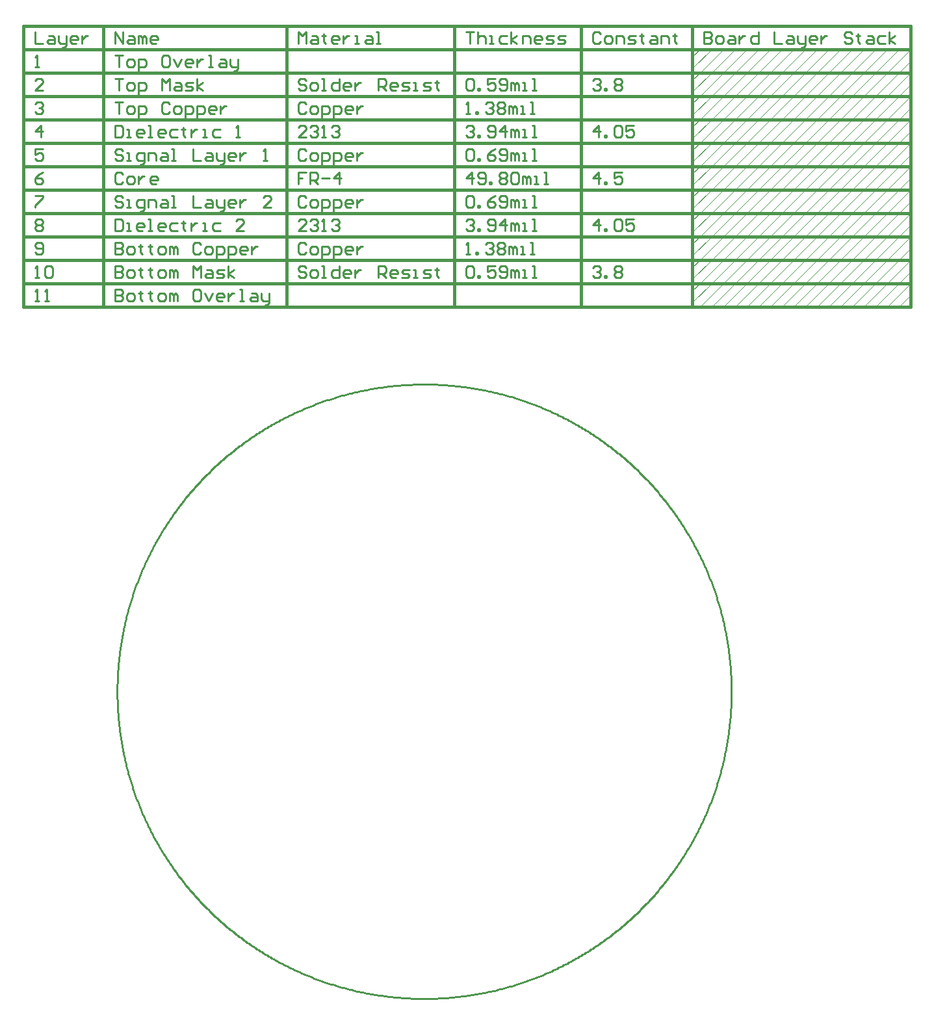
<source format=gm1>
G04*
G04 #@! TF.GenerationSoftware,Altium Limited,Altium Designer,18.1.9 (240)*
G04*
G04 Layer_Color=16711935*
%FSLAX25Y25*%
%MOIN*%
G70*
G01*
G75*
%ADD13C,0.01000*%
%ADD128C,0.01500*%
%ADD141C,0.00100*%
D13*
X303661Y144421D02*
X303658Y145421D01*
X303649Y146422D01*
X303633Y147422D01*
X303611Y148422D01*
X303582Y149422D01*
X303547Y150422D01*
X303506Y151422D01*
X303458Y152421D01*
X303404Y153420D01*
X303344Y154419D01*
X303277Y155417D01*
X303204Y156415D01*
X303125Y157412D01*
X303039Y158409D01*
X302947Y159405D01*
X302849Y160401D01*
X302744Y161396D01*
X302633Y162390D01*
X302516Y163384D01*
X302392Y164376D01*
X302262Y165368D01*
X302126Y166360D01*
X301983Y167350D01*
X301835Y168339D01*
X301679Y169328D01*
X301518Y170315D01*
X301350Y171301D01*
X301177Y172287D01*
X300996Y173271D01*
X300810Y174254D01*
X300617Y175235D01*
X300418Y176216D01*
X300213Y177195D01*
X300002Y178173D01*
X299784Y179150D01*
X299561Y180125D01*
X299331Y181099D01*
X299095Y182071D01*
X298852Y183042D01*
X298604Y184011D01*
X298349Y184978D01*
X298089Y185944D01*
X297822Y186908D01*
X297549Y187871D01*
X297270Y188832D01*
X296985Y189791D01*
X296693Y190748D01*
X296396Y191703D01*
X296092Y192656D01*
X295783Y193608D01*
X295467Y194557D01*
X295146Y195505D01*
X294818Y196450D01*
X294485Y197393D01*
X294145Y198334D01*
X293800Y199273D01*
X293448Y200210D01*
X293091Y201144D01*
X292728Y202077D01*
X292358Y203007D01*
X291983Y203934D01*
X291602Y204859D01*
X291215Y205782D01*
X290823Y206702D01*
X290424Y207620D01*
X290019Y208535D01*
X289609Y209447D01*
X289193Y210357D01*
X288772Y211264D01*
X288344Y212169D01*
X287911Y213071D01*
X287472Y213970D01*
X287027Y214866D01*
X286577Y215759D01*
X286121Y216650D01*
X285659Y217537D01*
X285192Y218422D01*
X284719Y219303D01*
X284240Y220182D01*
X283756Y221058D01*
X283266Y221930D01*
X282771Y222799D01*
X282270Y223666D01*
X281764Y224529D01*
X281253Y225388D01*
X280735Y226245D01*
X280213Y227098D01*
X279685Y227948D01*
X279152Y228794D01*
X278613Y229637D01*
X278069Y230477D01*
X277519Y231313D01*
X276965Y232146D01*
X276405Y232975D01*
X275840Y233801D01*
X275269Y234622D01*
X274693Y235441D01*
X274113Y236255D01*
X273527Y237066D01*
X272936Y237873D01*
X272339Y238677D01*
X271738Y239476D01*
X271131Y240272D01*
X270520Y241064D01*
X269903Y241852D01*
X269282Y242636D01*
X268656Y243416D01*
X268024Y244192D01*
X267388Y244964D01*
X266747Y245732D01*
X266101Y246496D01*
X265450Y247256D01*
X264794Y248011D01*
X264134Y248763D01*
X263468Y249510D01*
X262798Y250253D01*
X262124Y250992D01*
X261444Y251726D01*
X260760Y252456D01*
X260071Y253182D01*
X259378Y253904D01*
X258680Y254620D01*
X257978Y255333D01*
X257271Y256041D01*
X256560Y256744D01*
X255844Y257443D01*
X255124Y258138D01*
X254399Y258828D01*
X253670Y259513D01*
X252937Y260193D01*
X252199Y260869D01*
X251457Y261540D01*
X250711Y262207D01*
X249960Y262869D01*
X249206Y263526D01*
X248447Y264178D01*
X247684Y264825D01*
X246917Y265467D01*
X246146Y266105D01*
X245371Y266737D01*
X244592Y267365D01*
X243809Y267988D01*
X243022Y268606D01*
X242231Y269218D01*
X241436Y269826D01*
X240638Y270429D01*
X239835Y271026D01*
X239029Y271619D01*
X238219Y272206D01*
X237405Y272788D01*
X236588Y273365D01*
X235767Y273937D01*
X234943Y274503D01*
X234114Y275064D01*
X233282Y275621D01*
X232447Y276171D01*
X231609Y276717D01*
X230766Y277257D01*
X229921Y277791D01*
X229072Y278321D01*
X228219Y278845D01*
X227364Y279363D01*
X226505Y279876D01*
X225643Y280384D01*
X224777Y280886D01*
X223909Y281382D01*
X223037Y281873D01*
X222162Y282359D01*
X221284Y282839D01*
X220404Y283313D01*
X219520Y283782D01*
X218633Y284245D01*
X217743Y284702D01*
X216850Y285154D01*
X215955Y285600D01*
X215056Y286041D01*
X214155Y286475D01*
X213252Y286904D01*
X212345Y287328D01*
X211436Y287745D01*
X210524Y288157D01*
X209610Y288563D01*
X208692Y288963D01*
X207773Y289357D01*
X206851Y289745D01*
X205926Y290128D01*
X204999Y290504D01*
X204070Y290875D01*
X203139Y291240D01*
X202205Y291599D01*
X201269Y291952D01*
X200330Y292299D01*
X199390Y292640D01*
X198447Y292975D01*
X197502Y293304D01*
X196555Y293627D01*
X195606Y293944D01*
X194655Y294255D01*
X193702Y294560D01*
X192748Y294859D01*
X191791Y295151D01*
X190832Y295438D01*
X189872Y295719D01*
X188910Y295993D01*
X187946Y296262D01*
X186981Y296524D01*
X186013Y296780D01*
X185045Y297030D01*
X184074Y297274D01*
X183103Y297512D01*
X182129Y297743D01*
X181154Y297968D01*
X180178Y298187D01*
X179201Y298400D01*
X178222Y298607D01*
X177242Y298808D01*
X176260Y299002D01*
X175277Y299190D01*
X174294Y299371D01*
X173309Y299547D01*
X172322Y299716D01*
X171335Y299879D01*
X170347Y300036D01*
X169358Y300186D01*
X168368Y300330D01*
X167377Y300468D01*
X166385Y300600D01*
X165393Y300725D01*
X164399Y300844D01*
X163405Y300956D01*
X162410Y301062D01*
X161415Y301162D01*
X160419Y301256D01*
X159422Y301343D01*
X158425Y301424D01*
X157427Y301499D01*
X156429Y301567D01*
X155430Y301629D01*
X154431Y301685D01*
X153432Y301734D01*
X152433Y301777D01*
X151433Y301813D01*
X150433Y301844D01*
X149433Y301867D01*
X148432Y301885D01*
X147432Y301896D01*
X146431Y301901D01*
X145431Y301899D01*
X144430Y301891D01*
X143430Y301877D01*
X142430Y301856D01*
X141430Y301829D01*
X140430Y301796D01*
X139430Y301756D01*
X138431Y301710D01*
X137432Y301658D01*
X136433Y301599D01*
X135434Y301534D01*
X134436Y301462D01*
X133439Y301385D01*
X132442Y301301D01*
X131446Y301210D01*
X130450Y301113D01*
X129455Y301010D01*
X128460Y300901D01*
X127466Y300785D01*
X126473Y300663D01*
X125481Y300535D01*
X124490Y300400D01*
X123499Y300259D01*
X122510Y300112D01*
X121521Y299958D01*
X120533Y299798D01*
X119547Y299632D01*
X118561Y299460D01*
X117577Y299281D01*
X116594Y299096D01*
X115612Y298905D01*
X114631Y298708D01*
X113651Y298504D01*
X112673Y298295D01*
X111696Y298079D01*
X110721Y297857D01*
X109746Y297628D01*
X108774Y297394D01*
X107803Y297153D01*
X106833Y296906D01*
X105865Y296653D01*
X104899Y296394D01*
X103934Y296128D01*
X102971Y295857D01*
X102010Y295579D01*
X101051Y295296D01*
X100093Y295006D01*
X99137Y294710D01*
X98184Y294408D01*
X97232Y294100D01*
X96282Y293786D01*
X95334Y293466D01*
X94388Y293140D01*
X93444Y292808D01*
X92502Y292470D01*
X91563Y292126D01*
X90626Y291776D01*
X89691Y291420D01*
X88758Y291058D01*
X87827Y290690D01*
X86899Y290317D01*
X85974Y289937D01*
X85050Y289552D01*
X84130Y289160D01*
X83211Y288763D01*
X82296Y288360D01*
X81382Y287952D01*
X80472Y287537D01*
X79564Y287117D01*
X78659Y286691D01*
X77756Y286259D01*
X76856Y285821D01*
X75960Y285378D01*
X75065Y284929D01*
X74174Y284474D01*
X73286Y284014D01*
X72400Y283548D01*
X71518Y283077D01*
X70639Y282599D01*
X69762Y282117D01*
X68889Y281628D01*
X68019Y281135D01*
X67152Y280635D01*
X66288Y280131D01*
X65428Y279620D01*
X64570Y279104D01*
X63716Y278583D01*
X62866Y278057D01*
X62018Y277525D01*
X61174Y276987D01*
X60334Y276445D01*
X59497Y275897D01*
X58663Y275343D01*
X57833Y274784D01*
X57007Y274220D01*
X56184Y273651D01*
X55365Y273077D01*
X54549Y272498D01*
X53738Y271913D01*
X52930Y271323D01*
X52125Y270728D01*
X51325Y270128D01*
X50528Y269523D01*
X49735Y268912D01*
X48946Y268297D01*
X48161Y267677D01*
X47380Y267052D01*
X46603Y266422D01*
X45830Y265787D01*
X45061Y265146D01*
X44296Y264502D01*
X43535Y263852D01*
X42779Y263197D01*
X42026Y262538D01*
X41278Y261874D01*
X40534Y261205D01*
X39794Y260532D01*
X39058Y259854D01*
X38327Y259171D01*
X37600Y258483D01*
X36878Y257791D01*
X36160Y257094D01*
X35446Y256393D01*
X34737Y255687D01*
X34033Y254977D01*
X33332Y254262D01*
X32637Y253543D01*
X31946Y252820D01*
X31260Y252092D01*
X30578Y251360D01*
X29901Y250623D01*
X29229Y249882D01*
X28561Y249137D01*
X27898Y248388D01*
X27240Y247634D01*
X26587Y246876D01*
X25938Y246115D01*
X25295Y245349D01*
X24656Y244579D01*
X24022Y243805D01*
X23393Y243026D01*
X22769Y242244D01*
X22150Y241458D01*
X21536Y240669D01*
X20927Y239875D01*
X20323Y239077D01*
X19725Y238276D01*
X19131Y237470D01*
X18542Y236661D01*
X17959Y235848D01*
X17381Y235032D01*
X16807Y234212D01*
X16240Y233388D01*
X15677Y232561D01*
X15120Y231730D01*
X14568Y230896D01*
X14021Y230058D01*
X13480Y229217D01*
X12944Y228372D01*
X12413Y227524D01*
X11888Y226672D01*
X11368Y225817D01*
X10853Y224959D01*
X10345Y224098D01*
X9841Y223233D01*
X9343Y222366D01*
X8851Y221495D01*
X8364Y220621D01*
X7883Y219744D01*
X7407Y218864D01*
X6937Y217980D01*
X6472Y217094D01*
X6013Y216205D01*
X5560Y215313D01*
X5113Y214419D01*
X4671Y213521D01*
X4235Y212620D01*
X3804Y211717D01*
X3380Y210811D01*
X2961Y209903D01*
X2548Y208992D01*
X2140Y208078D01*
X1739Y207162D01*
X1343Y206243D01*
X953Y205321D01*
X569Y204397D01*
X191Y203471D01*
X-181Y202542D01*
X-547Y201611D01*
X-908Y200678D01*
X-1262Y199743D01*
X-1610Y198805D01*
X-1953Y197865D01*
X-2290Y196923D01*
X-2620Y195978D01*
X-2945Y195032D01*
X-3263Y194084D01*
X-3576Y193133D01*
X-3882Y192181D01*
X-4183Y191226D01*
X-4477Y190270D01*
X-4765Y189312D01*
X-5047Y188352D01*
X-5323Y187391D01*
X-5593Y186427D01*
X-5857Y185462D01*
X-6115Y184496D01*
X-6366Y183527D01*
X-6612Y182557D01*
X-6851Y181586D01*
X-7084Y180613D01*
X-7311Y179639D01*
X-7531Y178663D01*
X-7746Y177685D01*
X-7954Y176707D01*
X-8156Y175727D01*
X-8352Y174746D01*
X-8541Y173764D01*
X-8725Y172780D01*
X-8902Y171795D01*
X-9072Y170810D01*
X-9237Y169823D01*
X-9395Y168835D01*
X-9547Y167846D01*
X-9693Y166856D01*
X-9832Y165866D01*
X-9965Y164874D01*
X-10092Y163882D01*
X-10212Y162888D01*
X-10327Y161894D01*
X-10435Y160900D01*
X-10536Y159905D01*
X-10631Y158909D01*
X-10720Y157912D01*
X-10803Y156915D01*
X-10879Y155917D01*
X-10949Y154919D01*
X-11012Y153921D01*
X-11069Y152922D01*
X-11120Y151923D01*
X-11165Y150924D01*
X-11203Y149924D01*
X-11235Y148924D01*
X-11260Y147924D01*
X-11279Y146923D01*
X-11292Y145923D01*
X-11298Y144922D01*
X-11298Y143922D01*
X-11292Y142922D01*
X-11279Y141921D01*
X-11260Y140921D01*
X-11235Y139921D01*
X-11203Y138921D01*
X-11165Y137921D01*
X-11120Y136922D01*
X-11070Y135923D01*
X-11012Y134924D01*
X-10949Y133925D01*
X-10879Y132927D01*
X-10803Y131930D01*
X-10720Y130932D01*
X-10632Y129936D01*
X-10536Y128940D01*
X-10435Y127945D01*
X-10327Y126950D01*
X-10213Y125956D01*
X-10092Y124963D01*
X-9966Y123971D01*
X-9833Y122979D01*
X-9693Y121988D01*
X-9548Y120999D01*
X-9396Y120010D01*
X-9237Y119022D01*
X-9073Y118035D01*
X-8902Y117049D01*
X-8725Y116065D01*
X-8542Y115081D01*
X-8352Y114099D01*
X-8157Y113118D01*
X-7955Y112138D01*
X-7746Y111159D01*
X-7532Y110182D01*
X-7311Y109206D01*
X-7085Y108231D01*
X-6852Y107259D01*
X-6612Y106287D01*
X-6367Y105317D01*
X-6115Y104349D01*
X-5858Y103382D01*
X-5594Y102417D01*
X-5324Y101454D01*
X-5048Y100492D01*
X-4766Y99532D01*
X-4478Y98574D01*
X-4183Y97618D01*
X-3883Y96664D01*
X-3577Y95711D01*
X-3264Y94761D01*
X-2946Y93813D01*
X-2621Y92866D01*
X-2291Y91922D01*
X-1954Y90980D01*
X-1612Y90040D01*
X-1263Y89102D01*
X-909Y88166D01*
X-549Y87233D01*
X-182Y86302D01*
X190Y85373D01*
X568Y84447D01*
X952Y83523D01*
X1342Y82602D01*
X1737Y81683D01*
X2139Y80766D01*
X2546Y79853D01*
X2959Y78941D01*
X3378Y78033D01*
X3803Y77127D01*
X4233Y76224D01*
X4669Y75323D01*
X5111Y74426D01*
X5559Y73531D01*
X6012Y72639D01*
X6471Y71750D01*
X6935Y70864D01*
X7405Y69981D01*
X7881Y69101D01*
X8362Y68224D01*
X8849Y67349D01*
X9342Y66479D01*
X9839Y65611D01*
X10343Y64746D01*
X10852Y63885D01*
X11366Y63027D01*
X11886Y62172D01*
X12411Y61320D01*
X12942Y60472D01*
X13478Y59627D01*
X14019Y58786D01*
X14566Y57948D01*
X15118Y57114D01*
X15675Y56283D01*
X16238Y55456D01*
X16806Y54632D01*
X17379Y53812D01*
X17957Y52995D01*
X18540Y52183D01*
X19129Y51374D01*
X19723Y50568D01*
X20321Y49767D01*
X20925Y48969D01*
X21534Y48175D01*
X22148Y47385D01*
X22767Y46600D01*
X23391Y45817D01*
X24020Y45039D01*
X24654Y44265D01*
X25292Y43495D01*
X25936Y42729D01*
X26585Y41967D01*
X27238Y41210D01*
X27896Y40456D01*
X28559Y39707D01*
X29226Y38962D01*
X29899Y38221D01*
X30576Y37484D01*
X31257Y36752D01*
X31944Y36024D01*
X32635Y35300D01*
X33330Y34581D01*
X34030Y33867D01*
X34735Y33156D01*
X35444Y32451D01*
X36158Y31749D01*
X36876Y31053D01*
X37598Y30360D01*
X38325Y29673D01*
X39056Y28990D01*
X39792Y28312D01*
X40531Y27638D01*
X41275Y26969D01*
X42024Y26305D01*
X42776Y25646D01*
X43533Y24992D01*
X44293Y24342D01*
X45058Y23697D01*
X45827Y23057D01*
X46600Y22422D01*
X47377Y21792D01*
X48159Y21166D01*
X48944Y20546D01*
X49733Y19931D01*
X50525Y19321D01*
X51322Y18715D01*
X52122Y18115D01*
X52927Y17520D01*
X53735Y16931D01*
X54547Y16346D01*
X55362Y15766D01*
X56181Y15192D01*
X57004Y14623D01*
X57831Y14059D01*
X58661Y13500D01*
X59494Y12947D01*
X60331Y12399D01*
X61172Y11856D01*
X62015Y11319D01*
X62863Y10787D01*
X63713Y10260D01*
X64567Y9739D01*
X65425Y9223D01*
X66285Y8713D01*
X67149Y8208D01*
X68016Y7709D01*
X68886Y7215D01*
X69759Y6726D01*
X70635Y6244D01*
X71515Y5767D01*
X72397Y5295D01*
X73282Y4829D01*
X74171Y4369D01*
X75062Y3914D01*
X75956Y3465D01*
X76853Y3022D01*
X77753Y2584D01*
X78655Y2152D01*
X79560Y1726D01*
X80468Y1306D01*
X81379Y891D01*
X82292Y483D01*
X83207Y79D01*
X84126Y-318D01*
X85046Y-709D01*
X85970Y-1094D01*
X86895Y-1474D01*
X87823Y-1848D01*
X88754Y-2215D01*
X89687Y-2577D01*
X90622Y-2933D01*
X91559Y-3283D01*
X92498Y-3627D01*
X93440Y-3965D01*
X94384Y-4297D01*
X95329Y-4623D01*
X96277Y-4944D01*
X97227Y-5257D01*
X98179Y-5565D01*
X99133Y-5867D01*
X100089Y-6163D01*
X101046Y-6453D01*
X102006Y-6737D01*
X102967Y-7014D01*
X103930Y-7286D01*
X104894Y-7551D01*
X105861Y-7811D01*
X106829Y-8063D01*
X107798Y-8310D01*
X108769Y-8551D01*
X109742Y-8786D01*
X110716Y-9014D01*
X111691Y-9236D01*
X112668Y-9453D01*
X113647Y-9662D01*
X114626Y-9866D01*
X115607Y-10063D01*
X116589Y-10254D01*
X117572Y-10439D01*
X118557Y-10618D01*
X119543Y-10790D01*
X120529Y-10956D01*
X121517Y-11116D01*
X122505Y-11270D01*
X123495Y-11417D01*
X124486Y-11558D01*
X125477Y-11693D01*
X126469Y-11821D01*
X127462Y-11943D01*
X128456Y-12059D01*
X129451Y-12168D01*
X130446Y-12271D01*
X131441Y-12368D01*
X132438Y-12459D01*
X133435Y-12543D01*
X134432Y-12621D01*
X135430Y-12692D01*
X136429Y-12757D01*
X137427Y-12816D01*
X138427Y-12869D01*
X139426Y-12915D01*
X140426Y-12955D01*
X141426Y-12988D01*
X142426Y-13015D01*
X143426Y-13036D01*
X144427Y-13050D01*
X145427Y-13058D01*
X146428Y-13059D01*
X147428Y-13055D01*
X148428Y-13044D01*
X149429Y-13026D01*
X150429Y-13002D01*
X151429Y-12972D01*
X152429Y-12936D01*
X153428Y-12893D01*
X154428Y-12844D01*
X155427Y-12788D01*
X156425Y-12726D01*
X157424Y-12658D01*
X158421Y-12583D01*
X159418Y-12502D01*
X160415Y-12415D01*
X161411Y-12321D01*
X162407Y-12222D01*
X163402Y-12115D01*
X164396Y-12003D01*
X165389Y-11884D01*
X166382Y-11759D01*
X167374Y-11627D01*
X168365Y-11489D01*
X169355Y-11345D01*
X170344Y-11195D01*
X171332Y-11038D01*
X172319Y-10875D01*
X173305Y-10706D01*
X174290Y-10531D01*
X175274Y-10349D01*
X176257Y-10161D01*
X177238Y-9967D01*
X178219Y-9766D01*
X179198Y-9560D01*
X180175Y-9347D01*
X181151Y-9128D01*
X182126Y-8903D01*
X183100Y-8671D01*
X184071Y-8433D01*
X185042Y-8190D01*
X186011Y-7940D01*
X186978Y-7684D01*
X187943Y-7421D01*
X188907Y-7153D01*
X189869Y-6878D01*
X190830Y-6598D01*
X191788Y-6311D01*
X192745Y-6018D01*
X193700Y-5720D01*
X194653Y-5415D01*
X195604Y-5104D01*
X196553Y-4787D01*
X197499Y-4464D01*
X198444Y-4135D01*
X199387Y-3799D01*
X200328Y-3458D01*
X201266Y-3111D01*
X202202Y-2758D01*
X203136Y-2400D01*
X204068Y-2035D01*
X204997Y-1664D01*
X205924Y-1288D01*
X206849Y-905D01*
X207770Y-517D01*
X208690Y-122D01*
X209607Y278D01*
X210522Y684D01*
X211434Y1095D01*
X212343Y1513D01*
X213249Y1936D01*
X214153Y2365D01*
X215054Y2799D01*
X215953Y3240D01*
X216848Y3686D01*
X217741Y4138D01*
X218631Y4595D01*
X219518Y5058D01*
X220402Y5527D01*
X221283Y6002D01*
X222160Y6481D01*
X223035Y6967D01*
X223907Y7458D01*
X224776Y7955D01*
X225641Y8457D01*
X226503Y8964D01*
X227362Y9477D01*
X228218Y9996D01*
X229070Y10520D01*
X229919Y11049D01*
X230765Y11584D01*
X231607Y12124D01*
X232446Y12669D01*
X233281Y13220D01*
X234113Y13776D01*
X234941Y14337D01*
X235766Y14904D01*
X236587Y15475D01*
X237404Y16052D01*
X238218Y16635D01*
X239028Y17222D01*
X239834Y17814D01*
X240637Y18412D01*
X241435Y19014D01*
X242230Y19622D01*
X243021Y20235D01*
X243808Y20853D01*
X244591Y21475D01*
X245370Y22103D01*
X246145Y22736D01*
X246916Y23373D01*
X247683Y24016D01*
X248446Y24663D01*
X249205Y25315D01*
X249960Y25972D01*
X250710Y26634D01*
X251456Y27300D01*
X252198Y27971D01*
X252936Y28647D01*
X253669Y29328D01*
X254398Y30013D01*
X255123Y30703D01*
X255843Y31397D01*
X256559Y32096D01*
X257271Y32800D01*
X257978Y33508D01*
X258680Y34220D01*
X259378Y34937D01*
X260071Y35659D01*
X260760Y36384D01*
X261444Y37115D01*
X262123Y37849D01*
X262798Y38588D01*
X263468Y39331D01*
X264133Y40078D01*
X264794Y40830D01*
X265450Y41585D01*
X266100Y42345D01*
X266746Y43109D01*
X267388Y43877D01*
X268024Y44649D01*
X268655Y45425D01*
X269282Y46205D01*
X269903Y46989D01*
X270520Y47777D01*
X271131Y48569D01*
X271738Y49365D01*
X272339Y50165D01*
X272936Y50968D01*
X273527Y51775D01*
X274113Y52586D01*
X274694Y53401D01*
X275269Y54219D01*
X275840Y55041D01*
X276405Y55866D01*
X276965Y56696D01*
X277520Y57528D01*
X278069Y58364D01*
X278613Y59204D01*
X279152Y60047D01*
X279685Y60894D01*
X280213Y61744D01*
X280736Y62597D01*
X281253Y63453D01*
X281765Y64313D01*
X282271Y65176D01*
X282771Y66042D01*
X283267Y66912D01*
X283756Y67784D01*
X284240Y68660D01*
X284719Y69538D01*
X285192Y70420D01*
X285659Y71305D01*
X286121Y72192D01*
X286577Y73083D01*
X287027Y73976D01*
X287472Y74872D01*
X287911Y75771D01*
X288344Y76673D01*
X288772Y77578D01*
X289194Y78485D01*
X289610Y79395D01*
X290020Y80308D01*
X290424Y81223D01*
X290823Y82140D01*
X291216Y83061D01*
X291603Y83983D01*
X291984Y84908D01*
X292359Y85836D01*
X292728Y86766D01*
X293091Y87698D01*
X293449Y88632D01*
X293800Y89569D01*
X294146Y90508D01*
X294485Y91449D01*
X294819Y92392D01*
X295146Y93338D01*
X295468Y94285D01*
X295783Y95235D01*
X296093Y96186D01*
X296396Y97140D01*
X296694Y98095D01*
X296985Y99052D01*
X297270Y100011D01*
X297549Y100972D01*
X297822Y101935D01*
X298089Y102899D01*
X298350Y103865D01*
X298604Y104832D01*
X298853Y105801D01*
X299095Y106772D01*
X299331Y107744D01*
X299561Y108718D01*
X299785Y109693D01*
X300002Y110670D01*
X300214Y111648D01*
X300419Y112627D01*
X300618Y113608D01*
X300810Y114589D01*
X300997Y115572D01*
X301177Y116557D01*
X301351Y117542D01*
X301518Y118528D01*
X301680Y119516D01*
X301835Y120504D01*
X301984Y121493D01*
X302126Y122484D01*
X302262Y123475D01*
X302392Y124467D01*
X302516Y125460D01*
X302633Y126453D01*
X302744Y127448D01*
X302849Y128443D01*
X302947Y129438D01*
X303039Y130435D01*
X303125Y131431D01*
X303204Y132429D01*
X303277Y133427D01*
X303344Y134425D01*
X303404Y135424D01*
X303458Y136423D01*
X303506Y137422D01*
X303547Y138422D01*
X303582Y139422D01*
X303611Y140422D01*
X303633Y141422D01*
X303649Y142422D01*
X303658Y143423D01*
X303661Y144421D01*
X289662Y482748D02*
Y476750D01*
X292661D01*
X293660Y477750D01*
Y478749D01*
X292661Y479749D01*
X289662D01*
X292661D01*
X293660Y480749D01*
Y481748D01*
X292661Y482748D01*
X289662D01*
X296659Y476750D02*
X298659D01*
X299658Y477750D01*
Y479749D01*
X298659Y480749D01*
X296659D01*
X295660Y479749D01*
Y477750D01*
X296659Y476750D01*
X302658Y480749D02*
X304657D01*
X305657Y479749D01*
Y476750D01*
X302658D01*
X301658Y477750D01*
X302658Y478749D01*
X305657D01*
X307656Y480749D02*
Y476750D01*
Y478749D01*
X308656Y479749D01*
X309655Y480749D01*
X310655D01*
X317653Y482748D02*
Y476750D01*
X314654D01*
X313654Y477750D01*
Y479749D01*
X314654Y480749D01*
X317653D01*
X325650Y482748D02*
Y476750D01*
X329649D01*
X332648Y480749D02*
X334647D01*
X335647Y479749D01*
Y476750D01*
X332648D01*
X331648Y477750D01*
X332648Y478749D01*
X335647D01*
X337646Y480749D02*
Y477750D01*
X338646Y476750D01*
X341645D01*
Y475750D01*
X340645Y474751D01*
X339646D01*
X341645Y476750D02*
Y480749D01*
X346643Y476750D02*
X344644D01*
X343644Y477750D01*
Y479749D01*
X344644Y480749D01*
X346643D01*
X347643Y479749D01*
Y478749D01*
X343644D01*
X349642Y480749D02*
Y476750D01*
Y478749D01*
X350642Y479749D01*
X351642Y480749D01*
X352641D01*
X365637Y481748D02*
X364637Y482748D01*
X362638D01*
X361638Y481748D01*
Y480749D01*
X362638Y479749D01*
X364637D01*
X365637Y478749D01*
Y477750D01*
X364637Y476750D01*
X362638D01*
X361638Y477750D01*
X368636Y481748D02*
Y480749D01*
X367636D01*
X369636D01*
X368636D01*
Y477750D01*
X369636Y476750D01*
X373635Y480749D02*
X375634D01*
X376634Y479749D01*
Y476750D01*
X373635D01*
X372635Y477750D01*
X373635Y478749D01*
X376634D01*
X382632Y480749D02*
X379633D01*
X378633Y479749D01*
Y477750D01*
X379633Y476750D01*
X382632D01*
X384631D02*
Y482748D01*
Y478749D02*
X387630Y480749D01*
X384631Y478749D02*
X387630Y476750D01*
X232676Y457748D02*
X233675Y458748D01*
X235675D01*
X236674Y457748D01*
Y456749D01*
X235675Y455749D01*
X234675D01*
X235675D01*
X236674Y454749D01*
Y453750D01*
X235675Y452750D01*
X233675D01*
X232676Y453750D01*
X238674Y452750D02*
Y453750D01*
X239673D01*
Y452750D01*
X238674D01*
X243672Y457748D02*
X244672Y458748D01*
X246671D01*
X247671Y457748D01*
Y456749D01*
X246671Y455749D01*
X247671Y454749D01*
Y453750D01*
X246671Y452750D01*
X244672D01*
X243672Y453750D01*
Y454749D01*
X244672Y455749D01*
X243672Y456749D01*
Y457748D01*
X244672Y455749D02*
X246671D01*
X235675Y428750D02*
Y434748D01*
X232676Y431749D01*
X236674D01*
X238674Y428750D02*
Y429750D01*
X239673D01*
Y428750D01*
X238674D01*
X243672Y433748D02*
X244672Y434748D01*
X246671D01*
X247671Y433748D01*
Y429750D01*
X246671Y428750D01*
X244672D01*
X243672Y429750D01*
Y433748D01*
X253669Y434748D02*
X249670D01*
Y431749D01*
X251670Y432749D01*
X252669D01*
X253669Y431749D01*
Y429750D01*
X252669Y428750D01*
X250670D01*
X249670Y429750D01*
X235675Y404750D02*
Y410748D01*
X232676Y407749D01*
X236674D01*
X238674Y404750D02*
Y405750D01*
X239673D01*
Y404750D01*
X238674D01*
X247671Y410748D02*
X243672D01*
Y407749D01*
X245671Y408749D01*
X246671D01*
X247671Y407749D01*
Y405750D01*
X246671Y404750D01*
X244672D01*
X243672Y405750D01*
X235675Y380750D02*
Y386748D01*
X232676Y383749D01*
X236674D01*
X238674Y380750D02*
Y381750D01*
X239673D01*
Y380750D01*
X238674D01*
X243672Y385748D02*
X244672Y386748D01*
X246671D01*
X247671Y385748D01*
Y381750D01*
X246671Y380750D01*
X244672D01*
X243672Y381750D01*
Y385748D01*
X253669Y386748D02*
X249670D01*
Y383749D01*
X251670Y384749D01*
X252669D01*
X253669Y383749D01*
Y381750D01*
X252669Y380750D01*
X250670D01*
X249670Y381750D01*
X232676Y361748D02*
X233675Y362748D01*
X235675D01*
X236674Y361748D01*
Y360749D01*
X235675Y359749D01*
X234675D01*
X235675D01*
X236674Y358749D01*
Y357750D01*
X235675Y356750D01*
X233675D01*
X232676Y357750D01*
X238674Y356750D02*
Y357750D01*
X239673D01*
Y356750D01*
X238674D01*
X243672Y361748D02*
X244672Y362748D01*
X246671D01*
X247671Y361748D01*
Y360749D01*
X246671Y359749D01*
X247671Y358749D01*
Y357750D01*
X246671Y356750D01*
X244672D01*
X243672Y357750D01*
Y358749D01*
X244672Y359749D01*
X243672Y360749D01*
Y361748D01*
X244672Y359749D02*
X246671D01*
X236674Y481748D02*
X235675Y482748D01*
X233675D01*
X232676Y481748D01*
Y477750D01*
X233675Y476750D01*
X235675D01*
X236674Y477750D01*
X239673Y476750D02*
X241673D01*
X242672Y477750D01*
Y479749D01*
X241673Y480749D01*
X239673D01*
X238674Y479749D01*
Y477750D01*
X239673Y476750D01*
X244672D02*
Y480749D01*
X247671D01*
X248670Y479749D01*
Y476750D01*
X250670D02*
X253669D01*
X254668Y477750D01*
X253669Y478749D01*
X251670D01*
X250670Y479749D01*
X251670Y480749D01*
X254668D01*
X257667Y481748D02*
Y480749D01*
X256668D01*
X258667D01*
X257667D01*
Y477750D01*
X258667Y476750D01*
X262666Y480749D02*
X264665D01*
X265665Y479749D01*
Y476750D01*
X262666D01*
X261666Y477750D01*
X262666Y478749D01*
X265665D01*
X267664Y476750D02*
Y480749D01*
X270663D01*
X271663Y479749D01*
Y476750D01*
X274662Y481748D02*
Y480749D01*
X273662D01*
X275662D01*
X274662D01*
Y477750D01*
X275662Y476750D01*
X167692Y457748D02*
X168692Y458748D01*
X170691D01*
X171691Y457748D01*
Y453750D01*
X170691Y452750D01*
X168692D01*
X167692Y453750D01*
Y457748D01*
X173690Y452750D02*
Y453750D01*
X174690D01*
Y452750D01*
X173690D01*
X182687Y458748D02*
X178689D01*
Y455749D01*
X180688Y456749D01*
X181688D01*
X182687Y455749D01*
Y453750D01*
X181688Y452750D01*
X179688D01*
X178689Y453750D01*
X184687D02*
X185686Y452750D01*
X187686D01*
X188685Y453750D01*
Y457748D01*
X187686Y458748D01*
X185686D01*
X184687Y457748D01*
Y456749D01*
X185686Y455749D01*
X188685D01*
X190685Y452750D02*
Y456749D01*
X191684D01*
X192684Y455749D01*
Y452750D01*
Y455749D01*
X193684Y456749D01*
X194683Y455749D01*
Y452750D01*
X196683D02*
X198682D01*
X197682D01*
Y456749D01*
X196683D01*
X201681Y452750D02*
X203680D01*
X202681D01*
Y458748D01*
X201681D01*
X167692Y440750D02*
X169692D01*
X168692D01*
Y446748D01*
X167692Y445748D01*
X172690Y440750D02*
Y441750D01*
X173690D01*
Y440750D01*
X172690D01*
X177689Y445748D02*
X178689Y446748D01*
X180688D01*
X181688Y445748D01*
Y444749D01*
X180688Y443749D01*
X179688D01*
X180688D01*
X181688Y442749D01*
Y441750D01*
X180688Y440750D01*
X178689D01*
X177689Y441750D01*
X183687Y445748D02*
X184687Y446748D01*
X186686D01*
X187686Y445748D01*
Y444749D01*
X186686Y443749D01*
X187686Y442749D01*
Y441750D01*
X186686Y440750D01*
X184687D01*
X183687Y441750D01*
Y442749D01*
X184687Y443749D01*
X183687Y444749D01*
Y445748D01*
X184687Y443749D02*
X186686D01*
X189685Y440750D02*
Y444749D01*
X190685D01*
X191684Y443749D01*
Y440750D01*
Y443749D01*
X192684Y444749D01*
X193684Y443749D01*
Y440750D01*
X195683D02*
X197682D01*
X196683D01*
Y444749D01*
X195683D01*
X200681Y440750D02*
X202681D01*
X201681D01*
Y446748D01*
X200681D01*
X167692Y433748D02*
X168692Y434748D01*
X170691D01*
X171691Y433748D01*
Y432749D01*
X170691Y431749D01*
X169692D01*
X170691D01*
X171691Y430749D01*
Y429750D01*
X170691Y428750D01*
X168692D01*
X167692Y429750D01*
X173690Y428750D02*
Y429750D01*
X174690D01*
Y428750D01*
X173690D01*
X178689Y429750D02*
X179688Y428750D01*
X181688D01*
X182687Y429750D01*
Y433748D01*
X181688Y434748D01*
X179688D01*
X178689Y433748D01*
Y432749D01*
X179688Y431749D01*
X182687D01*
X187686Y428750D02*
Y434748D01*
X184687Y431749D01*
X188685D01*
X190685Y428750D02*
Y432749D01*
X191684D01*
X192684Y431749D01*
Y428750D01*
Y431749D01*
X193684Y432749D01*
X194683Y431749D01*
Y428750D01*
X196683D02*
X198682D01*
X197682D01*
Y432749D01*
X196683D01*
X201681Y428750D02*
X203680D01*
X202681D01*
Y434748D01*
X201681D01*
X167692Y421748D02*
X168692Y422748D01*
X170691D01*
X171691Y421748D01*
Y417750D01*
X170691Y416750D01*
X168692D01*
X167692Y417750D01*
Y421748D01*
X173690Y416750D02*
Y417750D01*
X174690D01*
Y416750D01*
X173690D01*
X182687Y422748D02*
X180688Y421748D01*
X178689Y419749D01*
Y417750D01*
X179688Y416750D01*
X181688D01*
X182687Y417750D01*
Y418749D01*
X181688Y419749D01*
X178689D01*
X184687Y417750D02*
X185686Y416750D01*
X187686D01*
X188685Y417750D01*
Y421748D01*
X187686Y422748D01*
X185686D01*
X184687Y421748D01*
Y420749D01*
X185686Y419749D01*
X188685D01*
X190685Y416750D02*
Y420749D01*
X191684D01*
X192684Y419749D01*
Y416750D01*
Y419749D01*
X193684Y420749D01*
X194683Y419749D01*
Y416750D01*
X196683D02*
X198682D01*
X197682D01*
Y420749D01*
X196683D01*
X201681Y416750D02*
X203680D01*
X202681D01*
Y422748D01*
X201681D01*
X170691Y404750D02*
Y410748D01*
X167692Y407749D01*
X171691D01*
X173690Y405750D02*
X174690Y404750D01*
X176689D01*
X177689Y405750D01*
Y409748D01*
X176689Y410748D01*
X174690D01*
X173690Y409748D01*
Y408749D01*
X174690Y407749D01*
X177689D01*
X179688Y404750D02*
Y405750D01*
X180688D01*
Y404750D01*
X179688D01*
X184687Y409748D02*
X185686Y410748D01*
X187686D01*
X188685Y409748D01*
Y408749D01*
X187686Y407749D01*
X188685Y406749D01*
Y405750D01*
X187686Y404750D01*
X185686D01*
X184687Y405750D01*
Y406749D01*
X185686Y407749D01*
X184687Y408749D01*
Y409748D01*
X185686Y407749D02*
X187686D01*
X190685Y409748D02*
X191684Y410748D01*
X193684D01*
X194683Y409748D01*
Y405750D01*
X193684Y404750D01*
X191684D01*
X190685Y405750D01*
Y409748D01*
X196683Y404750D02*
Y408749D01*
X197682D01*
X198682Y407749D01*
Y404750D01*
Y407749D01*
X199682Y408749D01*
X200681Y407749D01*
Y404750D01*
X202681D02*
X204680D01*
X203680D01*
Y408749D01*
X202681D01*
X207679Y404750D02*
X209679D01*
X208679D01*
Y410748D01*
X207679D01*
X167692Y397748D02*
X168692Y398748D01*
X170691D01*
X171691Y397748D01*
Y393750D01*
X170691Y392750D01*
X168692D01*
X167692Y393750D01*
Y397748D01*
X173690Y392750D02*
Y393750D01*
X174690D01*
Y392750D01*
X173690D01*
X182687Y398748D02*
X180688Y397748D01*
X178689Y395749D01*
Y393750D01*
X179688Y392750D01*
X181688D01*
X182687Y393750D01*
Y394749D01*
X181688Y395749D01*
X178689D01*
X184687Y393750D02*
X185686Y392750D01*
X187686D01*
X188685Y393750D01*
Y397748D01*
X187686Y398748D01*
X185686D01*
X184687Y397748D01*
Y396749D01*
X185686Y395749D01*
X188685D01*
X190685Y392750D02*
Y396749D01*
X191684D01*
X192684Y395749D01*
Y392750D01*
Y395749D01*
X193684Y396749D01*
X194683Y395749D01*
Y392750D01*
X196683D02*
X198682D01*
X197682D01*
Y396749D01*
X196683D01*
X201681Y392750D02*
X203680D01*
X202681D01*
Y398748D01*
X201681D01*
X167692Y385748D02*
X168692Y386748D01*
X170691D01*
X171691Y385748D01*
Y384749D01*
X170691Y383749D01*
X169692D01*
X170691D01*
X171691Y382749D01*
Y381750D01*
X170691Y380750D01*
X168692D01*
X167692Y381750D01*
X173690Y380750D02*
Y381750D01*
X174690D01*
Y380750D01*
X173690D01*
X178689Y381750D02*
X179688Y380750D01*
X181688D01*
X182687Y381750D01*
Y385748D01*
X181688Y386748D01*
X179688D01*
X178689Y385748D01*
Y384749D01*
X179688Y383749D01*
X182687D01*
X187686Y380750D02*
Y386748D01*
X184687Y383749D01*
X188685D01*
X190685Y380750D02*
Y384749D01*
X191684D01*
X192684Y383749D01*
Y380750D01*
Y383749D01*
X193684Y384749D01*
X194683Y383749D01*
Y380750D01*
X196683D02*
X198682D01*
X197682D01*
Y384749D01*
X196683D01*
X201681Y380750D02*
X203680D01*
X202681D01*
Y386748D01*
X201681D01*
X167692Y368750D02*
X169692D01*
X168692D01*
Y374748D01*
X167692Y373748D01*
X172690Y368750D02*
Y369750D01*
X173690D01*
Y368750D01*
X172690D01*
X177689Y373748D02*
X178689Y374748D01*
X180688D01*
X181688Y373748D01*
Y372749D01*
X180688Y371749D01*
X179688D01*
X180688D01*
X181688Y370749D01*
Y369750D01*
X180688Y368750D01*
X178689D01*
X177689Y369750D01*
X183687Y373748D02*
X184687Y374748D01*
X186686D01*
X187686Y373748D01*
Y372749D01*
X186686Y371749D01*
X187686Y370749D01*
Y369750D01*
X186686Y368750D01*
X184687D01*
X183687Y369750D01*
Y370749D01*
X184687Y371749D01*
X183687Y372749D01*
Y373748D01*
X184687Y371749D02*
X186686D01*
X189685Y368750D02*
Y372749D01*
X190685D01*
X191684Y371749D01*
Y368750D01*
Y371749D01*
X192684Y372749D01*
X193684Y371749D01*
Y368750D01*
X195683D02*
X197682D01*
X196683D01*
Y372749D01*
X195683D01*
X200681Y368750D02*
X202681D01*
X201681D01*
Y374748D01*
X200681D01*
X167692Y361748D02*
X168692Y362748D01*
X170691D01*
X171691Y361748D01*
Y357750D01*
X170691Y356750D01*
X168692D01*
X167692Y357750D01*
Y361748D01*
X173690Y356750D02*
Y357750D01*
X174690D01*
Y356750D01*
X173690D01*
X182687Y362748D02*
X178689D01*
Y359749D01*
X180688Y360749D01*
X181688D01*
X182687Y359749D01*
Y357750D01*
X181688Y356750D01*
X179688D01*
X178689Y357750D01*
X184687D02*
X185686Y356750D01*
X187686D01*
X188685Y357750D01*
Y361748D01*
X187686Y362748D01*
X185686D01*
X184687Y361748D01*
Y360749D01*
X185686Y359749D01*
X188685D01*
X190685Y356750D02*
Y360749D01*
X191684D01*
X192684Y359749D01*
Y356750D01*
Y359749D01*
X193684Y360749D01*
X194683Y359749D01*
Y356750D01*
X196683D02*
X198682D01*
X197682D01*
Y360749D01*
X196683D01*
X201681Y356750D02*
X203680D01*
X202681D01*
Y362748D01*
X201681D01*
X167692Y482748D02*
X171691D01*
X169692D01*
Y476750D01*
X173690Y482748D02*
Y476750D01*
Y479749D01*
X174690Y480749D01*
X176689D01*
X177689Y479749D01*
Y476750D01*
X179688D02*
X181688D01*
X180688D01*
Y480749D01*
X179688D01*
X188685D02*
X185686D01*
X184687Y479749D01*
Y477750D01*
X185686Y476750D01*
X188685D01*
X190685D02*
Y482748D01*
Y478749D02*
X193684Y480749D01*
X190685Y478749D02*
X193684Y476750D01*
X196683D02*
Y480749D01*
X199682D01*
X200681Y479749D01*
Y476750D01*
X205680D02*
X203680D01*
X202681Y477750D01*
Y479749D01*
X203680Y480749D01*
X205680D01*
X206680Y479749D01*
Y478749D01*
X202681D01*
X208679Y476750D02*
X211678D01*
X212678Y477750D01*
X211678Y478749D01*
X209679D01*
X208679Y479749D01*
X209679Y480749D01*
X212678D01*
X214677Y476750D02*
X217676D01*
X218676Y477750D01*
X217676Y478749D01*
X215677D01*
X214677Y479749D01*
X215677Y480749D01*
X218676D01*
X85714Y457748D02*
X84714Y458748D01*
X82715D01*
X81715Y457748D01*
Y456749D01*
X82715Y455749D01*
X84714D01*
X85714Y454749D01*
Y453750D01*
X84714Y452750D01*
X82715D01*
X81715Y453750D01*
X88713Y452750D02*
X90712D01*
X91712Y453750D01*
Y455749D01*
X90712Y456749D01*
X88713D01*
X87713Y455749D01*
Y453750D01*
X88713Y452750D01*
X93712D02*
X95711D01*
X94711D01*
Y458748D01*
X93712D01*
X102709D02*
Y452750D01*
X99710D01*
X98710Y453750D01*
Y455749D01*
X99710Y456749D01*
X102709D01*
X107707Y452750D02*
X105708D01*
X104708Y453750D01*
Y455749D01*
X105708Y456749D01*
X107707D01*
X108707Y455749D01*
Y454749D01*
X104708D01*
X110706Y456749D02*
Y452750D01*
Y454749D01*
X111706Y455749D01*
X112705Y456749D01*
X113705D01*
X122702Y452750D02*
Y458748D01*
X125701D01*
X126701Y457748D01*
Y455749D01*
X125701Y454749D01*
X122702D01*
X124701D02*
X126701Y452750D01*
X131699D02*
X129700D01*
X128700Y453750D01*
Y455749D01*
X129700Y456749D01*
X131699D01*
X132699Y455749D01*
Y454749D01*
X128700D01*
X134698Y452750D02*
X137697D01*
X138697Y453750D01*
X137697Y454749D01*
X135698D01*
X134698Y455749D01*
X135698Y456749D01*
X138697D01*
X140696Y452750D02*
X142696D01*
X141696D01*
Y456749D01*
X140696D01*
X145695Y452750D02*
X148694D01*
X149693Y453750D01*
X148694Y454749D01*
X146694D01*
X145695Y455749D01*
X146694Y456749D01*
X149693D01*
X152692Y457748D02*
Y456749D01*
X151693D01*
X153692D01*
X152692D01*
Y453750D01*
X153692Y452750D01*
X85714Y445748D02*
X84714Y446748D01*
X82715D01*
X81715Y445748D01*
Y441750D01*
X82715Y440750D01*
X84714D01*
X85714Y441750D01*
X88713Y440750D02*
X90712D01*
X91712Y441750D01*
Y443749D01*
X90712Y444749D01*
X88713D01*
X87713Y443749D01*
Y441750D01*
X88713Y440750D01*
X93712Y438751D02*
Y444749D01*
X96711D01*
X97710Y443749D01*
Y441750D01*
X96711Y440750D01*
X93712D01*
X99710Y438751D02*
Y444749D01*
X102709D01*
X103708Y443749D01*
Y441750D01*
X102709Y440750D01*
X99710D01*
X108707D02*
X106707D01*
X105708Y441750D01*
Y443749D01*
X106707Y444749D01*
X108707D01*
X109706Y443749D01*
Y442749D01*
X105708D01*
X111706Y444749D02*
Y440750D01*
Y442749D01*
X112705Y443749D01*
X113705Y444749D01*
X114705D01*
X85714Y428750D02*
X81715D01*
X85714Y432749D01*
Y433748D01*
X84714Y434748D01*
X82715D01*
X81715Y433748D01*
X87713D02*
X88713Y434748D01*
X90712D01*
X91712Y433748D01*
Y432749D01*
X90712Y431749D01*
X89713D01*
X90712D01*
X91712Y430749D01*
Y429750D01*
X90712Y428750D01*
X88713D01*
X87713Y429750D01*
X93712Y428750D02*
X95711D01*
X94711D01*
Y434748D01*
X93712Y433748D01*
X98710D02*
X99710Y434748D01*
X101709D01*
X102709Y433748D01*
Y432749D01*
X101709Y431749D01*
X100709D01*
X101709D01*
X102709Y430749D01*
Y429750D01*
X101709Y428750D01*
X99710D01*
X98710Y429750D01*
X85714Y421748D02*
X84714Y422748D01*
X82715D01*
X81715Y421748D01*
Y417750D01*
X82715Y416750D01*
X84714D01*
X85714Y417750D01*
X88713Y416750D02*
X90712D01*
X91712Y417750D01*
Y419749D01*
X90712Y420749D01*
X88713D01*
X87713Y419749D01*
Y417750D01*
X88713Y416750D01*
X93712Y414751D02*
Y420749D01*
X96711D01*
X97710Y419749D01*
Y417750D01*
X96711Y416750D01*
X93712D01*
X99710Y414751D02*
Y420749D01*
X102709D01*
X103708Y419749D01*
Y417750D01*
X102709Y416750D01*
X99710D01*
X108707D02*
X106707D01*
X105708Y417750D01*
Y419749D01*
X106707Y420749D01*
X108707D01*
X109706Y419749D01*
Y418749D01*
X105708D01*
X111706Y420749D02*
Y416750D01*
Y418749D01*
X112705Y419749D01*
X113705Y420749D01*
X114705D01*
X85714Y410748D02*
X81715D01*
Y407749D01*
X83715D01*
X81715D01*
Y404750D01*
X87713D02*
Y410748D01*
X90712D01*
X91712Y409748D01*
Y407749D01*
X90712Y406749D01*
X87713D01*
X89713D02*
X91712Y404750D01*
X93712Y407749D02*
X97710D01*
X102709Y404750D02*
Y410748D01*
X99710Y407749D01*
X103708D01*
X85714Y397748D02*
X84714Y398748D01*
X82715D01*
X81715Y397748D01*
Y393750D01*
X82715Y392750D01*
X84714D01*
X85714Y393750D01*
X88713Y392750D02*
X90712D01*
X91712Y393750D01*
Y395749D01*
X90712Y396749D01*
X88713D01*
X87713Y395749D01*
Y393750D01*
X88713Y392750D01*
X93712Y390751D02*
Y396749D01*
X96711D01*
X97710Y395749D01*
Y393750D01*
X96711Y392750D01*
X93712D01*
X99710Y390751D02*
Y396749D01*
X102709D01*
X103708Y395749D01*
Y393750D01*
X102709Y392750D01*
X99710D01*
X108707D02*
X106707D01*
X105708Y393750D01*
Y395749D01*
X106707Y396749D01*
X108707D01*
X109706Y395749D01*
Y394749D01*
X105708D01*
X111706Y396749D02*
Y392750D01*
Y394749D01*
X112705Y395749D01*
X113705Y396749D01*
X114705D01*
X85714Y380750D02*
X81715D01*
X85714Y384749D01*
Y385748D01*
X84714Y386748D01*
X82715D01*
X81715Y385748D01*
X87713D02*
X88713Y386748D01*
X90712D01*
X91712Y385748D01*
Y384749D01*
X90712Y383749D01*
X89713D01*
X90712D01*
X91712Y382749D01*
Y381750D01*
X90712Y380750D01*
X88713D01*
X87713Y381750D01*
X93712Y380750D02*
X95711D01*
X94711D01*
Y386748D01*
X93712Y385748D01*
X98710D02*
X99710Y386748D01*
X101709D01*
X102709Y385748D01*
Y384749D01*
X101709Y383749D01*
X100709D01*
X101709D01*
X102709Y382749D01*
Y381750D01*
X101709Y380750D01*
X99710D01*
X98710Y381750D01*
X85714Y373748D02*
X84714Y374748D01*
X82715D01*
X81715Y373748D01*
Y369750D01*
X82715Y368750D01*
X84714D01*
X85714Y369750D01*
X88713Y368750D02*
X90712D01*
X91712Y369750D01*
Y371749D01*
X90712Y372749D01*
X88713D01*
X87713Y371749D01*
Y369750D01*
X88713Y368750D01*
X93712Y366751D02*
Y372749D01*
X96711D01*
X97710Y371749D01*
Y369750D01*
X96711Y368750D01*
X93712D01*
X99710Y366751D02*
Y372749D01*
X102709D01*
X103708Y371749D01*
Y369750D01*
X102709Y368750D01*
X99710D01*
X108707D02*
X106707D01*
X105708Y369750D01*
Y371749D01*
X106707Y372749D01*
X108707D01*
X109706Y371749D01*
Y370749D01*
X105708D01*
X111706Y372749D02*
Y368750D01*
Y370749D01*
X112705Y371749D01*
X113705Y372749D01*
X114705D01*
X85714Y361748D02*
X84714Y362748D01*
X82715D01*
X81715Y361748D01*
Y360749D01*
X82715Y359749D01*
X84714D01*
X85714Y358749D01*
Y357750D01*
X84714Y356750D01*
X82715D01*
X81715Y357750D01*
X88713Y356750D02*
X90712D01*
X91712Y357750D01*
Y359749D01*
X90712Y360749D01*
X88713D01*
X87713Y359749D01*
Y357750D01*
X88713Y356750D01*
X93712D02*
X95711D01*
X94711D01*
Y362748D01*
X93712D01*
X102709D02*
Y356750D01*
X99710D01*
X98710Y357750D01*
Y359749D01*
X99710Y360749D01*
X102709D01*
X107707Y356750D02*
X105708D01*
X104708Y357750D01*
Y359749D01*
X105708Y360749D01*
X107707D01*
X108707Y359749D01*
Y358749D01*
X104708D01*
X110706Y360749D02*
Y356750D01*
Y358749D01*
X111706Y359749D01*
X112705Y360749D01*
X113705D01*
X122702Y356750D02*
Y362748D01*
X125701D01*
X126701Y361748D01*
Y359749D01*
X125701Y358749D01*
X122702D01*
X124701D02*
X126701Y356750D01*
X131699D02*
X129700D01*
X128700Y357750D01*
Y359749D01*
X129700Y360749D01*
X131699D01*
X132699Y359749D01*
Y358749D01*
X128700D01*
X134698Y356750D02*
X137697D01*
X138697Y357750D01*
X137697Y358749D01*
X135698D01*
X134698Y359749D01*
X135698Y360749D01*
X138697D01*
X140696Y356750D02*
X142696D01*
X141696D01*
Y360749D01*
X140696D01*
X145695Y356750D02*
X148694D01*
X149693Y357750D01*
X148694Y358749D01*
X146694D01*
X145695Y359749D01*
X146694Y360749D01*
X149693D01*
X152692Y361748D02*
Y360749D01*
X151693D01*
X153692D01*
X152692D01*
Y357750D01*
X153692Y356750D01*
X81715Y476750D02*
Y482748D01*
X83715Y480749D01*
X85714Y482748D01*
Y476750D01*
X88713Y480749D02*
X90712D01*
X91712Y479749D01*
Y476750D01*
X88713D01*
X87713Y477750D01*
X88713Y478749D01*
X91712D01*
X94711Y481748D02*
Y480749D01*
X93712D01*
X95711D01*
X94711D01*
Y477750D01*
X95711Y476750D01*
X101709D02*
X99710D01*
X98710Y477750D01*
Y479749D01*
X99710Y480749D01*
X101709D01*
X102709Y479749D01*
Y478749D01*
X98710D01*
X104708Y480749D02*
Y476750D01*
Y478749D01*
X105708Y479749D01*
X106707Y480749D01*
X107707D01*
X110706Y476750D02*
X112705D01*
X111706D01*
Y480749D01*
X110706D01*
X116704D02*
X118703D01*
X119703Y479749D01*
Y476750D01*
X116704D01*
X115704Y477750D01*
X116704Y478749D01*
X119703D01*
X121703Y476750D02*
X123702D01*
X122702D01*
Y482748D01*
X121703D01*
X-12259Y470748D02*
X-8260D01*
X-10259D01*
Y464750D01*
X-5261D02*
X-3262D01*
X-2262Y465750D01*
Y467749D01*
X-3262Y468749D01*
X-5261D01*
X-6261Y467749D01*
Y465750D01*
X-5261Y464750D01*
X-263Y462751D02*
Y468749D01*
X2736D01*
X3736Y467749D01*
Y465750D01*
X2736Y464750D01*
X-263D01*
X14732Y470748D02*
X12733D01*
X11733Y469748D01*
Y465750D01*
X12733Y464750D01*
X14732D01*
X15732Y465750D01*
Y469748D01*
X14732Y470748D01*
X17732Y468749D02*
X19731Y464750D01*
X21730Y468749D01*
X26729Y464750D02*
X24729D01*
X23730Y465750D01*
Y467749D01*
X24729Y468749D01*
X26729D01*
X27728Y467749D01*
Y466749D01*
X23730D01*
X29728Y468749D02*
Y464750D01*
Y466749D01*
X30727Y467749D01*
X31727Y468749D01*
X32727D01*
X35726Y464750D02*
X37725D01*
X36725D01*
Y470748D01*
X35726D01*
X41724Y468749D02*
X43723D01*
X44723Y467749D01*
Y464750D01*
X41724D01*
X40724Y465750D01*
X41724Y466749D01*
X44723D01*
X46722Y468749D02*
Y465750D01*
X47722Y464750D01*
X50721D01*
Y463750D01*
X49721Y462751D01*
X48722D01*
X50721Y464750D02*
Y468749D01*
X-12259Y458748D02*
X-8260D01*
X-10259D01*
Y452750D01*
X-5261D02*
X-3262D01*
X-2262Y453750D01*
Y455749D01*
X-3262Y456749D01*
X-5261D01*
X-6261Y455749D01*
Y453750D01*
X-5261Y452750D01*
X-263Y450751D02*
Y456749D01*
X2736D01*
X3736Y455749D01*
Y453750D01*
X2736Y452750D01*
X-263D01*
X11733D02*
Y458748D01*
X13733Y456749D01*
X15732Y458748D01*
Y452750D01*
X18731Y456749D02*
X20731D01*
X21730Y455749D01*
Y452750D01*
X18731D01*
X17732Y453750D01*
X18731Y454749D01*
X21730D01*
X23730Y452750D02*
X26729D01*
X27728Y453750D01*
X26729Y454749D01*
X24729D01*
X23730Y455749D01*
X24729Y456749D01*
X27728D01*
X29728Y452750D02*
Y458748D01*
Y454749D02*
X32727Y456749D01*
X29728Y454749D02*
X32727Y452750D01*
X-12259Y446748D02*
X-8260D01*
X-10259D01*
Y440750D01*
X-5261D02*
X-3262D01*
X-2262Y441750D01*
Y443749D01*
X-3262Y444749D01*
X-5261D01*
X-6261Y443749D01*
Y441750D01*
X-5261Y440750D01*
X-263Y438751D02*
Y444749D01*
X2736D01*
X3736Y443749D01*
Y441750D01*
X2736Y440750D01*
X-263D01*
X15732Y445748D02*
X14732Y446748D01*
X12733D01*
X11733Y445748D01*
Y441750D01*
X12733Y440750D01*
X14732D01*
X15732Y441750D01*
X18731Y440750D02*
X20731D01*
X21730Y441750D01*
Y443749D01*
X20731Y444749D01*
X18731D01*
X17732Y443749D01*
Y441750D01*
X18731Y440750D01*
X23730Y438751D02*
Y444749D01*
X26729D01*
X27728Y443749D01*
Y441750D01*
X26729Y440750D01*
X23730D01*
X29728Y438751D02*
Y444749D01*
X32727D01*
X33726Y443749D01*
Y441750D01*
X32727Y440750D01*
X29728D01*
X38725D02*
X36725D01*
X35726Y441750D01*
Y443749D01*
X36725Y444749D01*
X38725D01*
X39724Y443749D01*
Y442749D01*
X35726D01*
X41724Y444749D02*
Y440750D01*
Y442749D01*
X42724Y443749D01*
X43723Y444749D01*
X44723D01*
X-12259Y434748D02*
Y428750D01*
X-9260D01*
X-8260Y429750D01*
Y433748D01*
X-9260Y434748D01*
X-12259D01*
X-6261Y428750D02*
X-4261D01*
X-5261D01*
Y432749D01*
X-6261D01*
X1737Y428750D02*
X-263D01*
X-1262Y429750D01*
Y431749D01*
X-263Y432749D01*
X1737D01*
X2736Y431749D01*
Y430749D01*
X-1262D01*
X4736Y428750D02*
X6735D01*
X5736D01*
Y434748D01*
X4736D01*
X12733Y428750D02*
X10734D01*
X9734Y429750D01*
Y431749D01*
X10734Y432749D01*
X12733D01*
X13733Y431749D01*
Y430749D01*
X9734D01*
X19731Y432749D02*
X16732D01*
X15732Y431749D01*
Y429750D01*
X16732Y428750D01*
X19731D01*
X22730Y433748D02*
Y432749D01*
X21730D01*
X23730D01*
X22730D01*
Y429750D01*
X23730Y428750D01*
X26729Y432749D02*
Y428750D01*
Y430749D01*
X27728Y431749D01*
X28728Y432749D01*
X29728D01*
X32727Y428750D02*
X34726D01*
X33726D01*
Y432749D01*
X32727D01*
X41724D02*
X38725D01*
X37725Y431749D01*
Y429750D01*
X38725Y428750D01*
X41724D01*
X49721D02*
X51721D01*
X50721D01*
Y434748D01*
X49721Y433748D01*
X-8260Y421748D02*
X-9260Y422748D01*
X-11259D01*
X-12259Y421748D01*
Y420749D01*
X-11259Y419749D01*
X-9260D01*
X-8260Y418749D01*
Y417750D01*
X-9260Y416750D01*
X-11259D01*
X-12259Y417750D01*
X-6261Y416750D02*
X-4261D01*
X-5261D01*
Y420749D01*
X-6261D01*
X737Y414751D02*
X1737D01*
X2736Y415750D01*
Y420749D01*
X-263D01*
X-1262Y419749D01*
Y417750D01*
X-263Y416750D01*
X2736D01*
X4736D02*
Y420749D01*
X7735D01*
X8734Y419749D01*
Y416750D01*
X11733Y420749D02*
X13733D01*
X14732Y419749D01*
Y416750D01*
X11733D01*
X10734Y417750D01*
X11733Y418749D01*
X14732D01*
X16732Y416750D02*
X18731D01*
X17732D01*
Y422748D01*
X16732D01*
X27728D02*
Y416750D01*
X31727D01*
X34726Y420749D02*
X36725D01*
X37725Y419749D01*
Y416750D01*
X34726D01*
X33726Y417750D01*
X34726Y418749D01*
X37725D01*
X39724Y420749D02*
Y417750D01*
X40724Y416750D01*
X43723D01*
Y415750D01*
X42724Y414751D01*
X41724D01*
X43723Y416750D02*
Y420749D01*
X48722Y416750D02*
X46722D01*
X45722Y417750D01*
Y419749D01*
X46722Y420749D01*
X48722D01*
X49721Y419749D01*
Y418749D01*
X45722D01*
X51721Y420749D02*
Y416750D01*
Y418749D01*
X52720Y419749D01*
X53720Y420749D01*
X54720D01*
X63717Y416750D02*
X65716D01*
X64716D01*
Y422748D01*
X63717Y421748D01*
X-8260Y409748D02*
X-9260Y410748D01*
X-11259D01*
X-12259Y409748D01*
Y405750D01*
X-11259Y404750D01*
X-9260D01*
X-8260Y405750D01*
X-5261Y404750D02*
X-3262D01*
X-2262Y405750D01*
Y407749D01*
X-3262Y408749D01*
X-5261D01*
X-6261Y407749D01*
Y405750D01*
X-5261Y404750D01*
X-263Y408749D02*
Y404750D01*
Y406749D01*
X737Y407749D01*
X1737Y408749D01*
X2736D01*
X8734Y404750D02*
X6735D01*
X5736Y405750D01*
Y407749D01*
X6735Y408749D01*
X8734D01*
X9734Y407749D01*
Y406749D01*
X5736D01*
X-8260Y397748D02*
X-9260Y398748D01*
X-11259D01*
X-12259Y397748D01*
Y396749D01*
X-11259Y395749D01*
X-9260D01*
X-8260Y394749D01*
Y393750D01*
X-9260Y392750D01*
X-11259D01*
X-12259Y393750D01*
X-6261Y392750D02*
X-4261D01*
X-5261D01*
Y396749D01*
X-6261D01*
X737Y390751D02*
X1737D01*
X2736Y391750D01*
Y396749D01*
X-263D01*
X-1262Y395749D01*
Y393750D01*
X-263Y392750D01*
X2736D01*
X4736D02*
Y396749D01*
X7735D01*
X8734Y395749D01*
Y392750D01*
X11733Y396749D02*
X13733D01*
X14732Y395749D01*
Y392750D01*
X11733D01*
X10734Y393750D01*
X11733Y394749D01*
X14732D01*
X16732Y392750D02*
X18731D01*
X17732D01*
Y398748D01*
X16732D01*
X27728D02*
Y392750D01*
X31727D01*
X34726Y396749D02*
X36725D01*
X37725Y395749D01*
Y392750D01*
X34726D01*
X33726Y393750D01*
X34726Y394749D01*
X37725D01*
X39724Y396749D02*
Y393750D01*
X40724Y392750D01*
X43723D01*
Y391750D01*
X42724Y390751D01*
X41724D01*
X43723Y392750D02*
Y396749D01*
X48722Y392750D02*
X46722D01*
X45722Y393750D01*
Y395749D01*
X46722Y396749D01*
X48722D01*
X49721Y395749D01*
Y394749D01*
X45722D01*
X51721Y396749D02*
Y392750D01*
Y394749D01*
X52720Y395749D01*
X53720Y396749D01*
X54720D01*
X67715Y392750D02*
X63717D01*
X67715Y396749D01*
Y397748D01*
X66716Y398748D01*
X64716D01*
X63717Y397748D01*
X-12259Y386748D02*
Y380750D01*
X-9260D01*
X-8260Y381750D01*
Y385748D01*
X-9260Y386748D01*
X-12259D01*
X-6261Y380750D02*
X-4261D01*
X-5261D01*
Y384749D01*
X-6261D01*
X1737Y380750D02*
X-263D01*
X-1262Y381750D01*
Y383749D01*
X-263Y384749D01*
X1737D01*
X2736Y383749D01*
Y382749D01*
X-1262D01*
X4736Y380750D02*
X6735D01*
X5736D01*
Y386748D01*
X4736D01*
X12733Y380750D02*
X10734D01*
X9734Y381750D01*
Y383749D01*
X10734Y384749D01*
X12733D01*
X13733Y383749D01*
Y382749D01*
X9734D01*
X19731Y384749D02*
X16732D01*
X15732Y383749D01*
Y381750D01*
X16732Y380750D01*
X19731D01*
X22730Y385748D02*
Y384749D01*
X21730D01*
X23730D01*
X22730D01*
Y381750D01*
X23730Y380750D01*
X26729Y384749D02*
Y380750D01*
Y382749D01*
X27728Y383749D01*
X28728Y384749D01*
X29728D01*
X32727Y380750D02*
X34726D01*
X33726D01*
Y384749D01*
X32727D01*
X41724D02*
X38725D01*
X37725Y383749D01*
Y381750D01*
X38725Y380750D01*
X41724D01*
X53720D02*
X49721D01*
X53720Y384749D01*
Y385748D01*
X52720Y386748D01*
X50721D01*
X49721Y385748D01*
X-12259Y374748D02*
Y368750D01*
X-9260D01*
X-8260Y369750D01*
Y370749D01*
X-9260Y371749D01*
X-12259D01*
X-9260D01*
X-8260Y372749D01*
Y373748D01*
X-9260Y374748D01*
X-12259D01*
X-5261Y368750D02*
X-3262D01*
X-2262Y369750D01*
Y371749D01*
X-3262Y372749D01*
X-5261D01*
X-6261Y371749D01*
Y369750D01*
X-5261Y368750D01*
X737Y373748D02*
Y372749D01*
X-263D01*
X1737D01*
X737D01*
Y369750D01*
X1737Y368750D01*
X5736Y373748D02*
Y372749D01*
X4736D01*
X6735D01*
X5736D01*
Y369750D01*
X6735Y368750D01*
X10734D02*
X12733D01*
X13733Y369750D01*
Y371749D01*
X12733Y372749D01*
X10734D01*
X9734Y371749D01*
Y369750D01*
X10734Y368750D01*
X15732D02*
Y372749D01*
X16732D01*
X17732Y371749D01*
Y368750D01*
Y371749D01*
X18731Y372749D01*
X19731Y371749D01*
Y368750D01*
X31727Y373748D02*
X30727Y374748D01*
X28728D01*
X27728Y373748D01*
Y369750D01*
X28728Y368750D01*
X30727D01*
X31727Y369750D01*
X34726Y368750D02*
X36725D01*
X37725Y369750D01*
Y371749D01*
X36725Y372749D01*
X34726D01*
X33726Y371749D01*
Y369750D01*
X34726Y368750D01*
X39724Y366751D02*
Y372749D01*
X42724D01*
X43723Y371749D01*
Y369750D01*
X42724Y368750D01*
X39724D01*
X45722Y366751D02*
Y372749D01*
X48722D01*
X49721Y371749D01*
Y369750D01*
X48722Y368750D01*
X45722D01*
X54720D02*
X52720D01*
X51721Y369750D01*
Y371749D01*
X52720Y372749D01*
X54720D01*
X55719Y371749D01*
Y370749D01*
X51721D01*
X57719Y372749D02*
Y368750D01*
Y370749D01*
X58718Y371749D01*
X59718Y372749D01*
X60718D01*
X-12259Y362748D02*
Y356750D01*
X-9260D01*
X-8260Y357750D01*
Y358749D01*
X-9260Y359749D01*
X-12259D01*
X-9260D01*
X-8260Y360749D01*
Y361748D01*
X-9260Y362748D01*
X-12259D01*
X-5261Y356750D02*
X-3262D01*
X-2262Y357750D01*
Y359749D01*
X-3262Y360749D01*
X-5261D01*
X-6261Y359749D01*
Y357750D01*
X-5261Y356750D01*
X737Y361748D02*
Y360749D01*
X-263D01*
X1737D01*
X737D01*
Y357750D01*
X1737Y356750D01*
X5736Y361748D02*
Y360749D01*
X4736D01*
X6735D01*
X5736D01*
Y357750D01*
X6735Y356750D01*
X10734D02*
X12733D01*
X13733Y357750D01*
Y359749D01*
X12733Y360749D01*
X10734D01*
X9734Y359749D01*
Y357750D01*
X10734Y356750D01*
X15732D02*
Y360749D01*
X16732D01*
X17732Y359749D01*
Y356750D01*
Y359749D01*
X18731Y360749D01*
X19731Y359749D01*
Y356750D01*
X27728D02*
Y362748D01*
X29728Y360749D01*
X31727Y362748D01*
Y356750D01*
X34726Y360749D02*
X36725D01*
X37725Y359749D01*
Y356750D01*
X34726D01*
X33726Y357750D01*
X34726Y358749D01*
X37725D01*
X39724Y356750D02*
X42724D01*
X43723Y357750D01*
X42724Y358749D01*
X40724D01*
X39724Y359749D01*
X40724Y360749D01*
X43723D01*
X45722Y356750D02*
Y362748D01*
Y358749D02*
X48722Y360749D01*
X45722Y358749D02*
X48722Y356750D01*
X-12259Y350748D02*
Y344750D01*
X-9260D01*
X-8260Y345750D01*
Y346749D01*
X-9260Y347749D01*
X-12259D01*
X-9260D01*
X-8260Y348749D01*
Y349748D01*
X-9260Y350748D01*
X-12259D01*
X-5261Y344750D02*
X-3262D01*
X-2262Y345750D01*
Y347749D01*
X-3262Y348749D01*
X-5261D01*
X-6261Y347749D01*
Y345750D01*
X-5261Y344750D01*
X737Y349748D02*
Y348749D01*
X-263D01*
X1737D01*
X737D01*
Y345750D01*
X1737Y344750D01*
X5736Y349748D02*
Y348749D01*
X4736D01*
X6735D01*
X5736D01*
Y345750D01*
X6735Y344750D01*
X10734D02*
X12733D01*
X13733Y345750D01*
Y347749D01*
X12733Y348749D01*
X10734D01*
X9734Y347749D01*
Y345750D01*
X10734Y344750D01*
X15732D02*
Y348749D01*
X16732D01*
X17732Y347749D01*
Y344750D01*
Y347749D01*
X18731Y348749D01*
X19731Y347749D01*
Y344750D01*
X30727Y350748D02*
X28728D01*
X27728Y349748D01*
Y345750D01*
X28728Y344750D01*
X30727D01*
X31727Y345750D01*
Y349748D01*
X30727Y350748D01*
X33726Y348749D02*
X35726Y344750D01*
X37725Y348749D01*
X42724Y344750D02*
X40724D01*
X39724Y345750D01*
Y347749D01*
X40724Y348749D01*
X42724D01*
X43723Y347749D01*
Y346749D01*
X39724D01*
X45722Y348749D02*
Y344750D01*
Y346749D01*
X46722Y347749D01*
X47722Y348749D01*
X48722D01*
X51721Y344750D02*
X53720D01*
X52720D01*
Y350748D01*
X51721D01*
X57719Y348749D02*
X59718D01*
X60718Y347749D01*
Y344750D01*
X57719D01*
X56719Y345750D01*
X57719Y346749D01*
X60718D01*
X62717Y348749D02*
Y345750D01*
X63717Y344750D01*
X66716D01*
Y343750D01*
X65716Y342751D01*
X64716D01*
X66716Y344750D02*
Y348749D01*
X-12259Y476750D02*
Y482748D01*
X-8260Y476750D01*
Y482748D01*
X-5261Y480749D02*
X-3262D01*
X-2262Y479749D01*
Y476750D01*
X-5261D01*
X-6261Y477750D01*
X-5261Y478749D01*
X-2262D01*
X-263Y476750D02*
Y480749D01*
X737D01*
X1737Y479749D01*
Y476750D01*
Y479749D01*
X2736Y480749D01*
X3736Y479749D01*
Y476750D01*
X8734D02*
X6735D01*
X5736Y477750D01*
Y479749D01*
X6735Y480749D01*
X8734D01*
X9734Y479749D01*
Y478749D01*
X5736D01*
X-53250Y464750D02*
X-51251D01*
X-52250D01*
Y470748D01*
X-53250Y469748D01*
X-49251Y452750D02*
X-53250D01*
X-49251Y456749D01*
Y457748D01*
X-50251Y458748D01*
X-52250D01*
X-53250Y457748D01*
Y445748D02*
X-52250Y446748D01*
X-50251D01*
X-49251Y445748D01*
Y444749D01*
X-50251Y443749D01*
X-51251D01*
X-50251D01*
X-49251Y442749D01*
Y441750D01*
X-50251Y440750D01*
X-52250D01*
X-53250Y441750D01*
X-50251Y428750D02*
Y434748D01*
X-53250Y431749D01*
X-49251D01*
Y422748D02*
X-53250D01*
Y419749D01*
X-51251Y420749D01*
X-50251D01*
X-49251Y419749D01*
Y417750D01*
X-50251Y416750D01*
X-52250D01*
X-53250Y417750D01*
X-49251Y410748D02*
X-51251Y409748D01*
X-53250Y407749D01*
Y405750D01*
X-52250Y404750D01*
X-50251D01*
X-49251Y405750D01*
Y406749D01*
X-50251Y407749D01*
X-53250D01*
Y398748D02*
X-49251D01*
Y397748D01*
X-53250Y393750D01*
Y392750D01*
Y385748D02*
X-52250Y386748D01*
X-50251D01*
X-49251Y385748D01*
Y384749D01*
X-50251Y383749D01*
X-49251Y382749D01*
Y381750D01*
X-50251Y380750D01*
X-52250D01*
X-53250Y381750D01*
Y382749D01*
X-52250Y383749D01*
X-53250Y384749D01*
Y385748D01*
X-52250Y383749D02*
X-50251D01*
X-53250Y369750D02*
X-52250Y368750D01*
X-50251D01*
X-49251Y369750D01*
Y373748D01*
X-50251Y374748D01*
X-52250D01*
X-53250Y373748D01*
Y372749D01*
X-52250Y371749D01*
X-49251D01*
X-53250Y356750D02*
X-51251D01*
X-52250D01*
Y362748D01*
X-53250Y361748D01*
X-48252D02*
X-47252Y362748D01*
X-45253D01*
X-44253Y361748D01*
Y357750D01*
X-45253Y356750D01*
X-47252D01*
X-48252Y357750D01*
Y361748D01*
X-53250Y344750D02*
X-51251D01*
X-52250D01*
Y350748D01*
X-53250Y349748D01*
X-48252Y344750D02*
X-46252D01*
X-47252D01*
Y350748D01*
X-48252Y349748D01*
X-53250Y482748D02*
Y476750D01*
X-49251D01*
X-46252Y480749D02*
X-44253D01*
X-43253Y479749D01*
Y476750D01*
X-46252D01*
X-47252Y477750D01*
X-46252Y478749D01*
X-43253D01*
X-41254Y480749D02*
Y477750D01*
X-40254Y476750D01*
X-37255D01*
Y475750D01*
X-38255Y474751D01*
X-39255D01*
X-37255Y476750D02*
Y480749D01*
X-32257Y476750D02*
X-34256D01*
X-35256Y477750D01*
Y479749D01*
X-34256Y480749D01*
X-32257D01*
X-31257Y479749D01*
Y478749D01*
X-35256D01*
X-29258Y480749D02*
Y476750D01*
Y478749D01*
X-28258Y479749D01*
X-27258Y480749D01*
X-26259D01*
D128*
X395630Y341750D02*
Y485750D01*
X283662Y461750D02*
X395630D01*
X283662Y449750D02*
X395630D01*
X283662Y437750D02*
X395630D01*
X283662Y425750D02*
X395630D01*
X283662Y413750D02*
X395630D01*
X283662Y401750D02*
X395630D01*
X283662Y389750D02*
X395630D01*
X283662Y377750D02*
X395630D01*
X283662Y365750D02*
X395630D01*
X283662Y353750D02*
X395630D01*
X283662Y341750D02*
X395630D01*
X283662D02*
Y485750D01*
X226676Y461750D02*
X283662D01*
X226676Y449750D02*
X283662D01*
X226676Y437750D02*
X283662D01*
X226676Y425750D02*
X283662D01*
X226676Y413750D02*
X283662D01*
X226676Y401750D02*
X283662D01*
X226676Y389750D02*
X283662D01*
X226676Y377750D02*
X283662D01*
X226676Y365750D02*
X283662D01*
X226676Y353750D02*
X283662D01*
X226676Y341750D02*
X283662D01*
X226676D02*
Y485750D01*
X161692Y461750D02*
X226676D01*
X161692Y449750D02*
X226676D01*
X161692Y437750D02*
X226676D01*
X161692Y425750D02*
X226676D01*
X161692Y413750D02*
X226676D01*
X161692Y401750D02*
X226676D01*
X161692Y389750D02*
X226676D01*
X161692Y377750D02*
X226676D01*
X161692Y365750D02*
X226676D01*
X161692Y353750D02*
X226676D01*
X161692Y341750D02*
X226676D01*
X161692D02*
Y485750D01*
X75715Y461750D02*
X161692D01*
X75715Y449750D02*
X161692D01*
X75715Y437750D02*
X161692D01*
X75715Y425750D02*
X161692D01*
X75715Y413750D02*
X161692D01*
X75715Y401750D02*
X161692D01*
X75715Y389750D02*
X161692D01*
X75715Y377750D02*
X161692D01*
X75715Y365750D02*
X161692D01*
X75715Y353750D02*
X161692D01*
X75715Y341750D02*
X161692D01*
X75715D02*
Y485750D01*
X-18259Y461750D02*
X75715D01*
X-18259Y449750D02*
X75715D01*
X-18259Y437750D02*
X75715D01*
X-18259Y425750D02*
X75715D01*
X-18259Y413750D02*
X75715D01*
X-18259Y401750D02*
X75715D01*
X-18259Y389750D02*
X75715D01*
X-18259Y377750D02*
X75715D01*
X-18259Y365750D02*
X75715D01*
X-18259Y353750D02*
X75715D01*
X-18259Y341750D02*
X75715D01*
X-18259D02*
Y485750D01*
X-59250Y461750D02*
X-18259D01*
X-59250Y449750D02*
X-18259D01*
X-59250Y437750D02*
X-18259D01*
X-59250Y425750D02*
X-18259D01*
X-59250Y413750D02*
X-18259D01*
X-59250Y401750D02*
X-18259D01*
X-59250Y389750D02*
X-18259D01*
X-59250Y377750D02*
X-18259D01*
X-59250Y365750D02*
X-18259D01*
X-59250Y353750D02*
X-18259D01*
X-59250Y341750D02*
X-18259D01*
X-59250D02*
Y485750D01*
X395630D01*
X-59250Y473750D02*
X395630D01*
D141*
X283662Y469782D02*
X287630Y473750D01*
X283662Y463782D02*
X293630Y473750D01*
X287630Y461750D02*
X299630Y473750D01*
X293630Y461750D02*
X305630Y473750D01*
X299630Y461750D02*
X311630Y473750D01*
X305630Y461750D02*
X317630Y473750D01*
X311630Y461750D02*
X323630Y473750D01*
X317630Y461750D02*
X329630Y473750D01*
X323630Y461750D02*
X335630Y473750D01*
X329630Y461750D02*
X341630Y473750D01*
X335630Y461750D02*
X347630Y473750D01*
X341630Y461750D02*
X353630Y473750D01*
X347630Y461750D02*
X359630Y473750D01*
X353630Y461750D02*
X365630Y473750D01*
X359630Y461750D02*
X371630Y473750D01*
X365630Y461750D02*
X377630Y473750D01*
X371630Y461750D02*
X383630Y473750D01*
X377630Y461750D02*
X389630Y473750D01*
X383630Y461750D02*
X395630Y473750D01*
X389630Y461750D02*
X395630Y467750D01*
X283662Y457782D02*
X287630Y461750D01*
X283662Y451782D02*
X293630Y461750D01*
X287630Y449750D02*
X299630Y461750D01*
X293630Y449750D02*
X305630Y461750D01*
X299630Y449750D02*
X311630Y461750D01*
X305630Y449750D02*
X317630Y461750D01*
X311630Y449750D02*
X323630Y461750D01*
X317630Y449750D02*
X329630Y461750D01*
X323630Y449750D02*
X335630Y461750D01*
X329630Y449750D02*
X341630Y461750D01*
X335630Y449750D02*
X347630Y461750D01*
X341630Y449750D02*
X353630Y461750D01*
X347630Y449750D02*
X359630Y461750D01*
X353630Y449750D02*
X365630Y461750D01*
X359630Y449750D02*
X371630Y461750D01*
X365630Y449750D02*
X377630Y461750D01*
X371630Y449750D02*
X383630Y461750D01*
X377630Y449750D02*
X389630Y461750D01*
X383630Y449750D02*
X395630Y461750D01*
X389630Y449750D02*
X395630Y455750D01*
X283662Y445782D02*
X287630Y449750D01*
X283662Y439782D02*
X293630Y449750D01*
X287630Y437750D02*
X299630Y449750D01*
X293630Y437750D02*
X305630Y449750D01*
X299630Y437750D02*
X311630Y449750D01*
X305630Y437750D02*
X317630Y449750D01*
X311630Y437750D02*
X323630Y449750D01*
X317630Y437750D02*
X329630Y449750D01*
X323630Y437750D02*
X335630Y449750D01*
X329630Y437750D02*
X341630Y449750D01*
X335630Y437750D02*
X347630Y449750D01*
X341630Y437750D02*
X353630Y449750D01*
X347630Y437750D02*
X359630Y449750D01*
X353630Y437750D02*
X365630Y449750D01*
X359630Y437750D02*
X371630Y449750D01*
X365630Y437750D02*
X377630Y449750D01*
X371630Y437750D02*
X383630Y449750D01*
X377630Y437750D02*
X389630Y449750D01*
X383630Y437750D02*
X395630Y449750D01*
X389630Y437750D02*
X395630Y443750D01*
X283662Y433782D02*
X287630Y437750D01*
X283662Y427782D02*
X293630Y437750D01*
X287630Y425750D02*
X299630Y437750D01*
X293630Y425750D02*
X305630Y437750D01*
X299630Y425750D02*
X311630Y437750D01*
X305630Y425750D02*
X317630Y437750D01*
X311630Y425750D02*
X323630Y437750D01*
X317630Y425750D02*
X329630Y437750D01*
X323630Y425750D02*
X335630Y437750D01*
X329630Y425750D02*
X341630Y437750D01*
X335630Y425750D02*
X347630Y437750D01*
X341630Y425750D02*
X353630Y437750D01*
X347630Y425750D02*
X359630Y437750D01*
X353630Y425750D02*
X365630Y437750D01*
X359630Y425750D02*
X371630Y437750D01*
X365630Y425750D02*
X377630Y437750D01*
X371630Y425750D02*
X383630Y437750D01*
X377630Y425750D02*
X389630Y437750D01*
X383630Y425750D02*
X395630Y437750D01*
X389630Y425750D02*
X395630Y431750D01*
X283662Y421782D02*
X287630Y425750D01*
X283662Y415782D02*
X293630Y425750D01*
X287630Y413750D02*
X299630Y425750D01*
X293630Y413750D02*
X305630Y425750D01*
X299630Y413750D02*
X311630Y425750D01*
X305630Y413750D02*
X317630Y425750D01*
X311630Y413750D02*
X323630Y425750D01*
X317630Y413750D02*
X329630Y425750D01*
X323630Y413750D02*
X335630Y425750D01*
X329630Y413750D02*
X341630Y425750D01*
X335630Y413750D02*
X347630Y425750D01*
X341630Y413750D02*
X353630Y425750D01*
X347630Y413750D02*
X359630Y425750D01*
X353630Y413750D02*
X365630Y425750D01*
X359630Y413750D02*
X371630Y425750D01*
X365630Y413750D02*
X377630Y425750D01*
X371630Y413750D02*
X383630Y425750D01*
X377630Y413750D02*
X389630Y425750D01*
X383630Y413750D02*
X395630Y425750D01*
X389630Y413750D02*
X395630Y419750D01*
X283662Y409782D02*
X287630Y413750D01*
X283662Y403782D02*
X293630Y413750D01*
X287630Y401750D02*
X299630Y413750D01*
X293630Y401750D02*
X305630Y413750D01*
X299630Y401750D02*
X311630Y413750D01*
X305630Y401750D02*
X317630Y413750D01*
X311630Y401750D02*
X323630Y413750D01*
X317630Y401750D02*
X329630Y413750D01*
X323630Y401750D02*
X335630Y413750D01*
X329630Y401750D02*
X341630Y413750D01*
X335630Y401750D02*
X347630Y413750D01*
X341630Y401750D02*
X353630Y413750D01*
X347630Y401750D02*
X359630Y413750D01*
X353630Y401750D02*
X365630Y413750D01*
X359630Y401750D02*
X371630Y413750D01*
X365630Y401750D02*
X377630Y413750D01*
X371630Y401750D02*
X383630Y413750D01*
X377630Y401750D02*
X389630Y413750D01*
X383630Y401750D02*
X395630Y413750D01*
X389630Y401750D02*
X395630Y407750D01*
X283662Y397782D02*
X287630Y401750D01*
X283662Y391782D02*
X293630Y401750D01*
X287630Y389750D02*
X299630Y401750D01*
X293630Y389750D02*
X305630Y401750D01*
X299630Y389750D02*
X311630Y401750D01*
X305630Y389750D02*
X317630Y401750D01*
X311630Y389750D02*
X323630Y401750D01*
X317630Y389750D02*
X329630Y401750D01*
X323630Y389750D02*
X335630Y401750D01*
X329630Y389750D02*
X341630Y401750D01*
X335630Y389750D02*
X347630Y401750D01*
X341630Y389750D02*
X353630Y401750D01*
X347630Y389750D02*
X359630Y401750D01*
X353630Y389750D02*
X365630Y401750D01*
X359630Y389750D02*
X371630Y401750D01*
X365630Y389750D02*
X377630Y401750D01*
X371630Y389750D02*
X383630Y401750D01*
X377630Y389750D02*
X389630Y401750D01*
X383630Y389750D02*
X395630Y401750D01*
X389630Y389750D02*
X395630Y395750D01*
X283662Y385782D02*
X287630Y389750D01*
X283662Y379782D02*
X293630Y389750D01*
X287630Y377750D02*
X299630Y389750D01*
X293630Y377750D02*
X305630Y389750D01*
X299630Y377750D02*
X311630Y389750D01*
X305630Y377750D02*
X317630Y389750D01*
X311630Y377750D02*
X323630Y389750D01*
X317630Y377750D02*
X329630Y389750D01*
X323630Y377750D02*
X335630Y389750D01*
X329630Y377750D02*
X341630Y389750D01*
X335630Y377750D02*
X347630Y389750D01*
X341630Y377750D02*
X353630Y389750D01*
X347630Y377750D02*
X359630Y389750D01*
X353630Y377750D02*
X365630Y389750D01*
X359630Y377750D02*
X371630Y389750D01*
X365630Y377750D02*
X377630Y389750D01*
X371630Y377750D02*
X383630Y389750D01*
X377630Y377750D02*
X389630Y389750D01*
X383630Y377750D02*
X395630Y389750D01*
X389630Y377750D02*
X395630Y383750D01*
X283662Y373782D02*
X287630Y377750D01*
X283662Y367782D02*
X293630Y377750D01*
X287630Y365750D02*
X299630Y377750D01*
X293630Y365750D02*
X305630Y377750D01*
X299630Y365750D02*
X311630Y377750D01*
X305630Y365750D02*
X317630Y377750D01*
X311630Y365750D02*
X323630Y377750D01*
X317630Y365750D02*
X329630Y377750D01*
X323630Y365750D02*
X335630Y377750D01*
X329630Y365750D02*
X341630Y377750D01*
X335630Y365750D02*
X347630Y377750D01*
X341630Y365750D02*
X353630Y377750D01*
X347630Y365750D02*
X359630Y377750D01*
X353630Y365750D02*
X365630Y377750D01*
X359630Y365750D02*
X371630Y377750D01*
X365630Y365750D02*
X377630Y377750D01*
X371630Y365750D02*
X383630Y377750D01*
X377630Y365750D02*
X389630Y377750D01*
X383630Y365750D02*
X395630Y377750D01*
X389630Y365750D02*
X395630Y371750D01*
X283662Y361782D02*
X287630Y365750D01*
X283662Y355782D02*
X293630Y365750D01*
X287630Y353750D02*
X299630Y365750D01*
X293630Y353750D02*
X305630Y365750D01*
X299630Y353750D02*
X311630Y365750D01*
X305630Y353750D02*
X317630Y365750D01*
X311630Y353750D02*
X323630Y365750D01*
X317630Y353750D02*
X329630Y365750D01*
X323630Y353750D02*
X335630Y365750D01*
X329630Y353750D02*
X341630Y365750D01*
X335630Y353750D02*
X347630Y365750D01*
X341630Y353750D02*
X353630Y365750D01*
X347630Y353750D02*
X359630Y365750D01*
X353630Y353750D02*
X365630Y365750D01*
X359630Y353750D02*
X371630Y365750D01*
X365630Y353750D02*
X377630Y365750D01*
X371630Y353750D02*
X383630Y365750D01*
X377630Y353750D02*
X389630Y365750D01*
X383630Y353750D02*
X395630Y365750D01*
X389630Y353750D02*
X395630Y359750D01*
X283662Y349782D02*
X287630Y353750D01*
X283662Y343782D02*
X293630Y353750D01*
X287630Y341750D02*
X299630Y353750D01*
X293630Y341750D02*
X305630Y353750D01*
X299630Y341750D02*
X311630Y353750D01*
X305630Y341750D02*
X317630Y353750D01*
X311630Y341750D02*
X323630Y353750D01*
X317630Y341750D02*
X329630Y353750D01*
X323630Y341750D02*
X335630Y353750D01*
X329630Y341750D02*
X341630Y353750D01*
X335630Y341750D02*
X347630Y353750D01*
X341630Y341750D02*
X353630Y353750D01*
X347630Y341750D02*
X359630Y353750D01*
X353630Y341750D02*
X365630Y353750D01*
X359630Y341750D02*
X371630Y353750D01*
X365630Y341750D02*
X377630Y353750D01*
X371630Y341750D02*
X383630Y353750D01*
X377630Y341750D02*
X389630Y353750D01*
X383630Y341750D02*
X395630Y353750D01*
X389630Y341750D02*
X395630Y347750D01*
M02*

</source>
